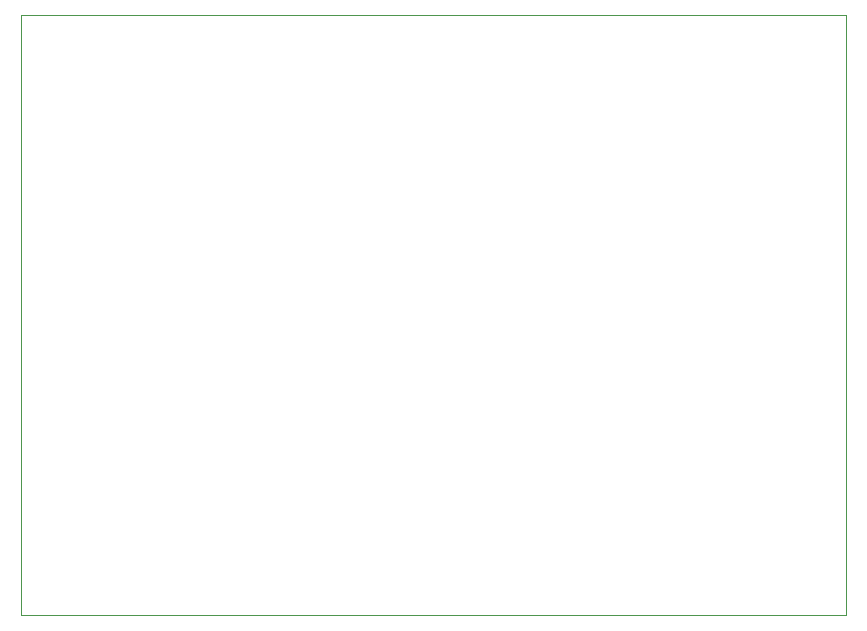
<source format=gbr>
%TF.GenerationSoftware,KiCad,Pcbnew,8.0.4*%
%TF.CreationDate,2024-12-06T19:36:15+01:00*%
%TF.ProjectId,MusicControllerV3,4d757369-6343-46f6-9e74-726f6c6c6572,rev?*%
%TF.SameCoordinates,Original*%
%TF.FileFunction,Profile,NP*%
%FSLAX46Y46*%
G04 Gerber Fmt 4.6, Leading zero omitted, Abs format (unit mm)*
G04 Created by KiCad (PCBNEW 8.0.4) date 2024-12-06 19:36:15*
%MOMM*%
%LPD*%
G01*
G04 APERTURE LIST*
%TA.AperFunction,Profile*%
%ADD10C,0.100000*%
%TD*%
G04 APERTURE END LIST*
D10*
X120650000Y-25400000D02*
X190500000Y-25400000D01*
X190500000Y-76200000D01*
X120650000Y-76200000D01*
X120650000Y-25400000D01*
M02*

</source>
